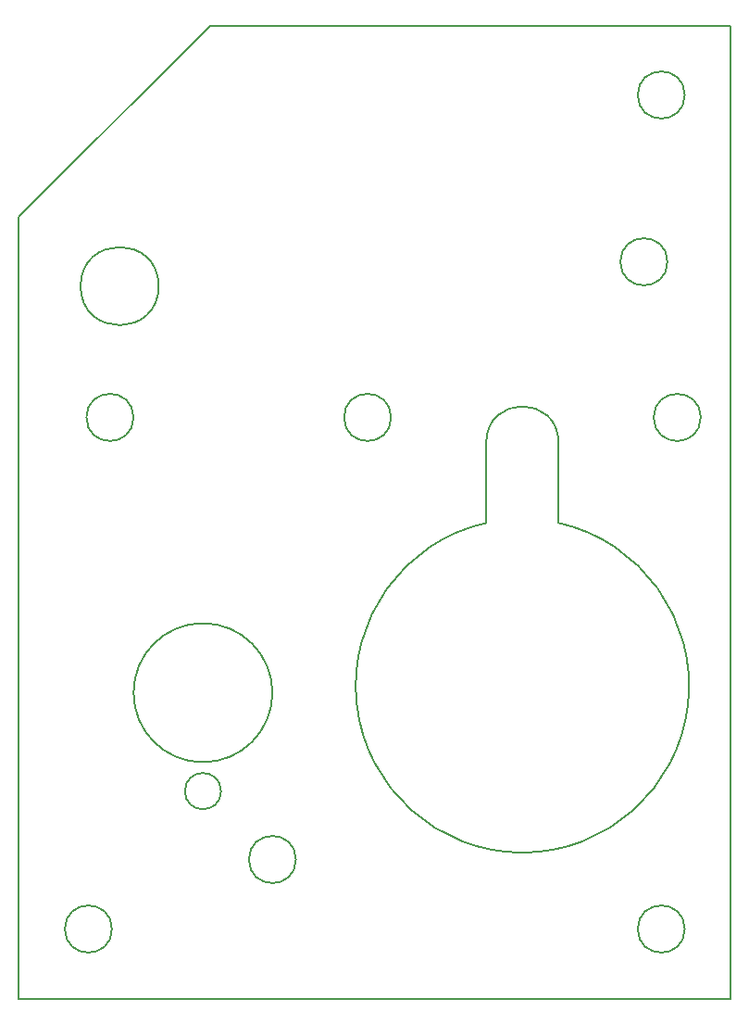
<source format=gbr>
%TF.GenerationSoftware,KiCad,Pcbnew,(5.1.12-1-10_14)*%
%TF.CreationDate,2021-11-24T11:20:23+11:00*%
%TF.ProjectId,Landing Gear Panel PCB V2,4c616e64-696e-4672-9047-656172205061,rev?*%
%TF.SameCoordinates,Original*%
%TF.FileFunction,Profile,NP*%
%FSLAX46Y46*%
G04 Gerber Fmt 4.6, Leading zero omitted, Abs format (unit mm)*
G04 Created by KiCad (PCBNEW (5.1.12-1-10_14)) date 2021-11-24 11:20:23*
%MOMM*%
%LPD*%
G01*
G04 APERTURE LIST*
%TA.AperFunction,Profile*%
%ADD10C,0.200000*%
%TD*%
G04 APERTURE END LIST*
D10*
X123259849Y-44831000D02*
G75*
G03*
X123259849Y-44831000I-2152649J0D01*
G01*
X87699849Y-114681000D02*
G75*
G03*
X87699849Y-114681000I-2152649J0D01*
G01*
X111702278Y-83926482D02*
X111709200Y-76581000D01*
X70872349Y-121031000D02*
G75*
G03*
X70872349Y-121031000I-2152649J0D01*
G01*
X127457200Y-127381000D02*
X127457200Y-38481000D01*
X80848199Y-108432600D02*
G75*
G03*
X80848199Y-108432600I-1650999J0D01*
G01*
X124720350Y-74289123D02*
G75*
G03*
X124720350Y-74289123I-2152650J0D01*
G01*
X85547199Y-99441000D02*
G75*
G03*
X85547199Y-99441000I-6349999J0D01*
G01*
X72843350Y-74289123D02*
G75*
G03*
X72843350Y-74289123I-2152650J0D01*
G01*
X105105200Y-76581000D02*
X105105200Y-83928017D01*
X75148439Y-62293500D02*
G75*
G03*
X75148439Y-62293500I-3571239J0D01*
G01*
X96399349Y-74289123D02*
G75*
G03*
X96399349Y-74289123I-2152649J0D01*
G01*
X123259850Y-121031000D02*
G75*
G03*
X123259850Y-121031000I-2152650J0D01*
G01*
X62369700Y-127381000D02*
X127457200Y-127381000D01*
X127457200Y-38481000D02*
X79832200Y-38481000D01*
X62369700Y-55943500D02*
X62369700Y-127381000D01*
X121672350Y-60071000D02*
G75*
G03*
X121672350Y-60071000I-2152650J0D01*
G01*
X79832200Y-38481000D02*
X62369700Y-55943500D01*
X105105201Y-76581000D02*
G75*
G02*
X111709199Y-76581000I3301999J0D01*
G01*
X111702278Y-83926482D02*
G75*
G02*
X105105199Y-83928017I-3295078J-14879518D01*
G01*
M02*

</source>
